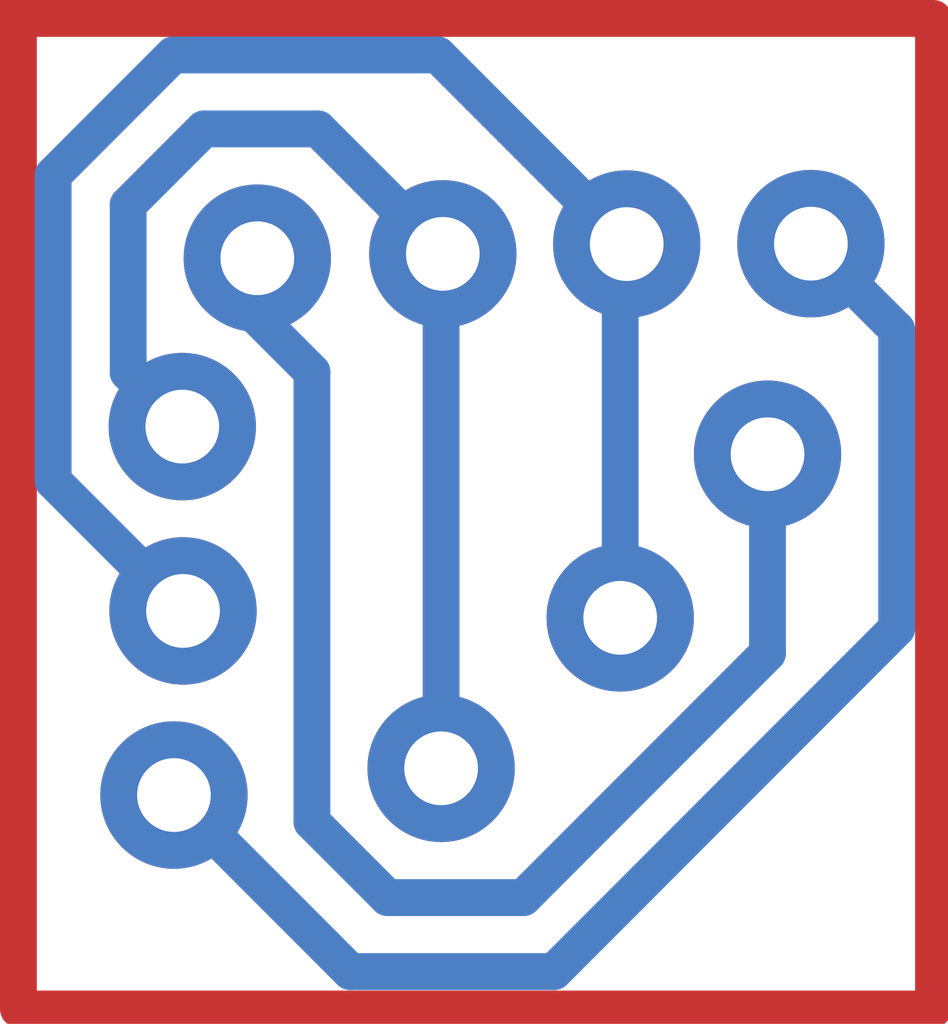
<source format=kicad_pcb>
(kicad_pcb
	(version 20241229)
	(generator "pcbnew")
	(generator_version "9.0")
	(general
		(thickness 1.6)
		(legacy_teardrops no)
	)
	(paper "A4")
	(layers
		(0 "F.Cu" signal)
		(2 "B.Cu" signal)
		(9 "F.Adhes" user "F.Adhesive")
		(11 "B.Adhes" user "B.Adhesive")
		(13 "F.Paste" user)
		(15 "B.Paste" user)
		(5 "F.SilkS" user "F.Silkscreen")
		(7 "B.SilkS" user "B.Silkscreen")
		(1 "F.Mask" user)
		(3 "B.Mask" user)
		(17 "Dwgs.User" user "User.Drawings")
		(19 "Cmts.User" user "User.Comments")
		(21 "Eco1.User" user "User.Eco1")
		(23 "Eco2.User" user "User.Eco2")
		(25 "Edge.Cuts" user)
		(27 "Margin" user)
		(31 "F.CrtYd" user "F.Courtyard")
		(29 "B.CrtYd" user "B.Courtyard")
		(35 "F.Fab" user)
		(33 "B.Fab" user)
		(39 "User.1" user)
		(41 "User.2" user)
		(43 "User.3" user)
		(45 "User.4" user)
	)
	(setup
		(pad_to_mask_clearance 0)
		(allow_soldermask_bridges_in_footprints no)
		(tenting front back)
		(pcbplotparams
			(layerselection 0x00000000_00000000_55555555_5755f5ff)
			(plot_on_all_layers_selection 0x00000000_00000000_00000000_00000000)
			(disableapertmacros no)
			(usegerberextensions no)
			(usegerberattributes yes)
			(usegerberadvancedattributes yes)
			(creategerberjobfile yes)
			(dashed_line_dash_ratio 12.000000)
			(dashed_line_gap_ratio 3.000000)
			(svgprecision 4)
			(plotframeref no)
			(mode 1)
			(useauxorigin no)
			(hpglpennumber 1)
			(hpglpenspeed 20)
			(hpglpendiameter 15.000000)
			(pdf_front_fp_property_popups yes)
			(pdf_back_fp_property_popups yes)
			(pdf_metadata yes)
			(pdf_single_document no)
			(dxfpolygonmode yes)
			(dxfimperialunits yes)
			(dxfusepcbnewfont yes)
			(psnegative no)
			(psa4output no)
			(plot_black_and_white yes)
			(sketchpadsonfab no)
			(plotpadnumbers no)
			(hidednponfab no)
			(sketchdnponfab yes)
			(crossoutdnponfab yes)
			(subtractmaskfromsilk no)
			(outputformat 1)
			(mirror no)
			(drillshape 1)
			(scaleselection 1)
			(outputdirectory "")
		)
	)
	(net 0 "")
	(net 1 "net1")
	(net 2 "net3")
	(net 3 "net4")
	(net 4 "net5")
	(gr_rect
		(start -1.863337 -2)
		(end 1.863337 2.03012)
		(stroke
			(width 0.15)
			(type solid)
		)
		(fill no)
		(layer "F.Cu")
		(net 2)
		(uuid "565e5d12-cb0e-4f30-b1bd-2fea9e21a89c")
	)
	(via
		(at 1.187494 -0.226901)
		(size 0.6)
		(drill 0.3)
		(layers "F.Cu" "B.Cu")
		(free yes)
		(net 1)
		(uuid "14ee4bf1-e7e7-4351-ad16-ba1a8aac0af3")
	)
	(via
		(at -0.890462 -1.024371)
		(size 0.6)
		(drill 0.3)
		(layers "F.Cu" "B.Cu")
		(free yes)
		(net 1)
		(uuid "8a898812-db2b-4b81-899d-f953b3222f9a")
	)
	(segment
		(start -0.667929 1.268773)
		(end -0.359806 1.576896)
		(width 0.15)
		(layer "B.Cu")
		(net 1)
		(uuid "5389c7a5-74b2-4057-ba7d-b727be1536d5")
	)
	(segment
		(start -0.890462 -1.024371)
		(end -0.890462 -0.784515)
		(width 0.15)
		(layer "B.Cu")
		(net 1)
		(uuid "64d0f012-1559-4489-b266-08180c205807")
	)
	(segment
		(start 0.193216 1.576896)
		(end 1.187494 0.582618)
		(width 0.15)
		(layer "B.Cu")
		(net 1)
		(uuid "6cee98ac-1164-4978-97e4-8be69ed47e38")
	)
	(segment
		(start -0.890462 -0.784515)
		(end -0.667929 -0.561982)
		(width 0.15)
		(layer "B.Cu")
		(net 1)
		(uuid "7e833016-2daf-4705-8708-e3a6cdf7218a")
	)
	(segment
		(start -0.359806 1.576896)
		(end 0.193216 1.576896)
		(width 0.15)
		(layer "B.Cu")
		(net 1)
		(uuid "dd2bb8db-2e75-4188-927b-17649a0f0d91")
	)
	(segment
		(start 1.187494 0.582618)
		(end 1.187494 -0.226901)
		(width 0.15)
		(layer "B.Cu")
		(net 1)
		(uuid "ec22e743-307e-4748-a686-7b5c73585e28")
	)
	(segment
		(start -0.667929 -0.561982)
		(end -0.667929 1.268773)
		(width 0.15)
		(layer "B.Cu")
		(net 1)
		(uuid "f739f43b-c22a-4540-8b28-ea8d13617252")
	)
	(via
		(at -1.229928 1.159683)
		(size 0.6)
		(drill 0.3)
		(layers "F.Cu" "B.Cu")
		(free yes)
		(net 2)
		(uuid "13cd75da-d582-4eed-bc2c-fee6fa78bc6a")
	)
	(via
		(at 1.364053 -1.083575)
		(size 0.6)
		(drill 0.3)
		(layers "F.Cu" "B.Cu")
		(free yes)
		(net 2)
		(uuid "9f188f9d-bce8-46c7-b9e8-542b8599d48d")
	)
	(segment
		(start -1.229928 1.159683)
		(end -0.511715 1.877896)
		(width 0.15)
		(layer "B.Cu")
		(net 2)
		(uuid "579d4aa0-4b97-49ef-b921-5d8f0f3e7f36")
	)
	(segment
		(start -0.511715 1.877896)
		(end 0.317894 1.877896)
		(width 0.15)
		(layer "B.Cu")
		(net 2)
		(uuid "6c3c3e65-5dbe-40d9-bfbb-d4dbc16cc710")
	)
	(segment
		(start 1.713494 0.482296)
		(end 1.713494 -0.734134)
		(width 0.15)
		(layer "B.Cu")
		(net 2)
		(uuid "a88019e5-6315-48ef-9756-b522f48121ca")
	)
	(segment
		(start 0.317894 1.877896)
		(end 1.713494 0.482296)
		(width 0.15)
		(layer "B.Cu")
		(net 2)
		(uuid "e44467e6-afa5-4397-8a54-99dbcbfabe91")
	)
	(segment
		(start 1.713494 -0.734134)
		(end 1.364053 -1.083575)
		(width 0.15)
		(layer "B.Cu")
		(net 2)
		(uuid "f9888fe0-b174-4890-9ae9-d9d01f73b2da")
	)
	(via
		(at -0.134894 -1.042149)
		(size 0.6)
		(drill 0.3)
		(layers "F.Cu" "B.Cu")
		(free yes)
		(net 3)
		(uuid "2ef3b96b-58c4-4150-b5d1-e90f74b92b25")
	)
	(via
		(at -1.195947 -0.339403)
		(size 0.6)
		(drill 0.3)
		(layers "F.Cu" "B.Cu")
		(free yes)
		(net 3)
		(uuid "37a70467-7553-415f-8ad7-8b88a5e56ca8")
	)
	(via
		(at -0.141929 1.050896)
		(size 0.6)
		(drill 0.3)
		(layers "F.Cu" "B.Cu")
		(free yes)
		(net 3)
		(uuid "6d182b7d-a260-427b-8c43-a09409422252")
	)
	(segment
		(start -1.195947 -0.339403)
		(end -1.416462 -0.559918)
		(width 0.15)
		(layer "B.Cu")
		(net 3)
		(uuid "13e17d08-3e2c-4059-9fd2-43a98c24d8c5")
	)
	(segment
		(start -0.643116 -1.550371)
		(end -0.134894 -1.042149)
		(width 0.15)
		(layer "B.Cu")
		(net 3)
		(uuid "28eaf94f-9a47-43c0-ab8e-e6d2e3d85ef8")
	)
	(segment
		(start -0.141929 -1.035114)
		(end -0.141929 1.050896)
		(width 0.15)
		(layer "B.Cu")
		(net 3)
		(uuid "3b0cb393-381f-4a99-99fe-4a959c209757")
	)
	(segment
		(start -0.134894 -1.042149)
		(end -0.141929 -1.035114)
		(width 0.15)
		(layer "B.Cu")
		(net 3)
		(uuid "3b43feb5-5a99-4703-ba77-ce3eb9f160ee")
	)
	(segment
		(start -1.416462 -0.559918)
		(end -1.416462 -1.242248)
		(width 0.15)
		(layer "B.Cu")
		(net 3)
		(uuid "99d513e4-9640-44ee-9321-5484a891896b")
	)
	(segment
		(start -1.416462 -1.242248)
		(end -1.108339 -1.550371)
		(width 0.15)
		(layer "B.Cu")
		(net 3)
		(uuid "a77627ec-61f2-46e9-a444-8941c006cc90")
	)
	(segment
		(start -1.108339 -1.550371)
		(end -0.643116 -1.550371)
		(width 0.15)
		(layer "B.Cu")
		(net 3)
		(uuid "c5f57b9e-4df1-4ae2-8e77-6aeaf8f5b13d")
	)
	(via
		(at 0.587494 0.438741)
		(size 0.6)
		(drill 0.3)
		(layers "F.Cu" "B.Cu")
		(free yes)
		(net 4)
		(uuid "346c301a-f2b4-44d7-b975-5438ddaa0bde")
	)
	(via
		(at 0.614052 -1.081959)
		(size 0.6)
		(drill 0.3)
		(layers "F.Cu" "B.Cu")
		(free yes)
		(net 4)
		(uuid "c54b4b94-90e0-4240-97ef-883cf097d79d")
	)
	(via
		(at -1.192929 0.410594)
		(size 0.6)
		(drill 0.3)
		(layers "F.Cu" "B.Cu")
		(free yes)
		(net 4)
		(uuid "f3cb916e-b0fd-4c5e-b14b-3779f4f9bd01")
	)
	(segment
		(start -1.721947 -1.362441)
		(end -1.233017 -1.851371)
		(width 0.15)
		(layer "B.Cu")
		(net 4)
		(uuid "09640cf3-619a-4abc-93b9-b900277f9ede")
	)
	(segment
		(start 0.588906 -1.081959)
		(end 0.587494 -1.080547)
		(width 0.15)
		(layer "B.Cu")
		(net 4)
		(uuid "1b9a4765-7529-4943-b7c1-58f5351a02a3")
	)
	(segment
		(start -1.233017 -1.851371)
		(end -0.15536 -1.851371)
		(width 0.15)
		(layer "B.Cu")
		(net 4)
		(uuid "35436ccd-daa0-4ab2-bc19-e13e011218b4")
	)
	(segment
		(start 0.587494 -1.080547)
		(end 0.587494 0.438741)
		(width 0.15)
		(layer "B.Cu")
		(net 4)
		(uuid "3b178bea-d857-4b04-95a4-3d6a939b7ba5")
	)
	(segment
		(start 0.614052 -1.081959)
		(end 0.588906 -1.081959)
		(width 0.15)
		(layer "B.Cu")
		(net 4)
		(uuid "6049c2c4-c7cc-4d94-a5b3-298be1a33ca9")
	)
	(segment
		(start -0.15536 -1.851371)
		(end 0.614052 -1.081959)
		(width 0.15)
		(layer "B.Cu")
		(net 4)
		(uuid "7103fde1-d619-4395-bf33-7368b0fbba32")
	)
	(segment
		(start -1.721947 -0.118424)
		(end -1.721947 -1.362441)
		(width 0.15)
		(layer "B.Cu")
		(net 4)
		(uuid "842c5053-60ef-408e-999d-f35053169e7f")
	)
	(segment
		(start -1.192929 0.410594)
		(end -1.721947 -0.118424)
		(width 0.15)
		(layer "B.Cu")
		(net 4)
		(uuid "a6cd15c2-e260-4902-b85e-6c09ac8dda80")
	)
	(embedded_fonts no)
)

</source>
